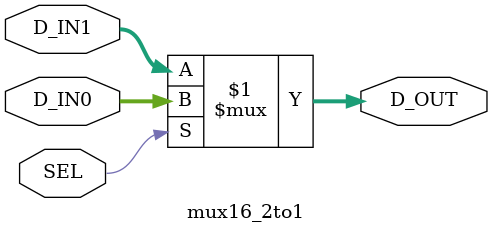
<source format=v>
module mux16_2to1(
    SEL  ,
    D_IN0,
    D_IN1,
    D_OUT
);

//inputs
input       [15:0]       D_IN0;
input       [15:0]       D_IN1;
input                      SEL;
//outputs
output      [15:0]       D_OUT;


//logic
assign D_OUT = (SEL) ? (D_IN0) : (D_IN1);

endmodule
</source>
